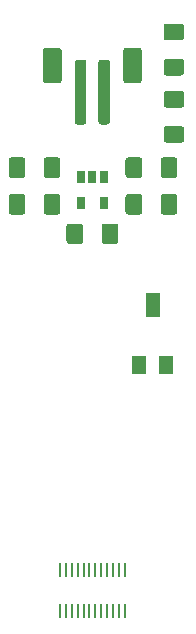
<source format=gbr>
%TF.GenerationSoftware,KiCad,Pcbnew,(5.1.6)-1*%
%TF.CreationDate,2021-02-04T17:03:45-05:00*%
%TF.ProjectId,horny_charger,686f726e-795f-4636-9861-726765722e6b,rev?*%
%TF.SameCoordinates,Original*%
%TF.FileFunction,Paste,Top*%
%TF.FilePolarity,Positive*%
%FSLAX46Y46*%
G04 Gerber Fmt 4.6, Leading zero omitted, Abs format (unit mm)*
G04 Created by KiCad (PCBNEW (5.1.6)-1) date 2021-02-04 17:03:45*
%MOMM*%
%LPD*%
G01*
G04 APERTURE LIST*
%ADD10R,1.300000X1.500000*%
%ADD11R,1.300000X2.000000*%
%ADD12R,0.650000X1.060000*%
%ADD13R,0.270000X1.300000*%
G04 APERTURE END LIST*
D10*
%TO.C,RV1*%
X151050000Y-69400000D03*
D11*
X152200000Y-64300000D03*
D10*
X153350000Y-69400000D03*
%TD*%
%TO.C,R3*%
G36*
G01*
X152875000Y-53325000D02*
X152875000Y-52075000D01*
G75*
G02*
X153125000Y-51825000I250000J0D01*
G01*
X154050000Y-51825000D01*
G75*
G02*
X154300000Y-52075000I0J-250000D01*
G01*
X154300000Y-53325000D01*
G75*
G02*
X154050000Y-53575000I-250000J0D01*
G01*
X153125000Y-53575000D01*
G75*
G02*
X152875000Y-53325000I0J250000D01*
G01*
G37*
G36*
G01*
X149900000Y-53325000D02*
X149900000Y-52075000D01*
G75*
G02*
X150150000Y-51825000I250000J0D01*
G01*
X151075000Y-51825000D01*
G75*
G02*
X151325000Y-52075000I0J-250000D01*
G01*
X151325000Y-53325000D01*
G75*
G02*
X151075000Y-53575000I-250000J0D01*
G01*
X150150000Y-53575000D01*
G75*
G02*
X149900000Y-53325000I0J250000D01*
G01*
G37*
%TD*%
%TO.C,D2*%
G36*
G01*
X154625000Y-47625000D02*
X153375000Y-47625000D01*
G75*
G02*
X153125000Y-47375000I0J250000D01*
G01*
X153125000Y-46450000D01*
G75*
G02*
X153375000Y-46200000I250000J0D01*
G01*
X154625000Y-46200000D01*
G75*
G02*
X154875000Y-46450000I0J-250000D01*
G01*
X154875000Y-47375000D01*
G75*
G02*
X154625000Y-47625000I-250000J0D01*
G01*
G37*
G36*
G01*
X154625000Y-50600000D02*
X153375000Y-50600000D01*
G75*
G02*
X153125000Y-50350000I0J250000D01*
G01*
X153125000Y-49425000D01*
G75*
G02*
X153375000Y-49175000I250000J0D01*
G01*
X154625000Y-49175000D01*
G75*
G02*
X154875000Y-49425000I0J-250000D01*
G01*
X154875000Y-50350000D01*
G75*
G02*
X154625000Y-50600000I-250000J0D01*
G01*
G37*
%TD*%
%TO.C,D1*%
G36*
G01*
X153375000Y-43475000D02*
X154625000Y-43475000D01*
G75*
G02*
X154875000Y-43725000I0J-250000D01*
G01*
X154875000Y-44650000D01*
G75*
G02*
X154625000Y-44900000I-250000J0D01*
G01*
X153375000Y-44900000D01*
G75*
G02*
X153125000Y-44650000I0J250000D01*
G01*
X153125000Y-43725000D01*
G75*
G02*
X153375000Y-43475000I250000J0D01*
G01*
G37*
G36*
G01*
X153375000Y-40500000D02*
X154625000Y-40500000D01*
G75*
G02*
X154875000Y-40750000I0J-250000D01*
G01*
X154875000Y-41675000D01*
G75*
G02*
X154625000Y-41925000I-250000J0D01*
G01*
X153375000Y-41925000D01*
G75*
G02*
X153125000Y-41675000I0J250000D01*
G01*
X153125000Y-40750000D01*
G75*
G02*
X153375000Y-40500000I250000J0D01*
G01*
G37*
%TD*%
D12*
%TO.C,U1*%
X148050000Y-55700000D03*
X146150000Y-55700000D03*
X146150000Y-53500000D03*
X147100000Y-53500000D03*
X148050000Y-53500000D03*
%TD*%
%TO.C,R2*%
G36*
G01*
X152875000Y-56425000D02*
X152875000Y-55175000D01*
G75*
G02*
X153125000Y-54925000I250000J0D01*
G01*
X154050000Y-54925000D01*
G75*
G02*
X154300000Y-55175000I0J-250000D01*
G01*
X154300000Y-56425000D01*
G75*
G02*
X154050000Y-56675000I-250000J0D01*
G01*
X153125000Y-56675000D01*
G75*
G02*
X152875000Y-56425000I0J250000D01*
G01*
G37*
G36*
G01*
X149900000Y-56425000D02*
X149900000Y-55175000D01*
G75*
G02*
X150150000Y-54925000I250000J0D01*
G01*
X151075000Y-54925000D01*
G75*
G02*
X151325000Y-55175000I0J-250000D01*
G01*
X151325000Y-56425000D01*
G75*
G02*
X151075000Y-56675000I-250000J0D01*
G01*
X150150000Y-56675000D01*
G75*
G02*
X149900000Y-56425000I0J250000D01*
G01*
G37*
%TD*%
%TO.C,R1*%
G36*
G01*
X147875000Y-58925000D02*
X147875000Y-57675000D01*
G75*
G02*
X148125000Y-57425000I250000J0D01*
G01*
X149050000Y-57425000D01*
G75*
G02*
X149300000Y-57675000I0J-250000D01*
G01*
X149300000Y-58925000D01*
G75*
G02*
X149050000Y-59175000I-250000J0D01*
G01*
X148125000Y-59175000D01*
G75*
G02*
X147875000Y-58925000I0J250000D01*
G01*
G37*
G36*
G01*
X144900000Y-58925626D02*
X144900000Y-57674374D01*
G75*
G02*
X145149374Y-57425000I249374J0D01*
G01*
X146075626Y-57425000D01*
G75*
G02*
X146325000Y-57674374I0J-249374D01*
G01*
X146325000Y-58925626D01*
G75*
G02*
X146075626Y-59175000I-249374J0D01*
G01*
X145149374Y-59175000D01*
G75*
G02*
X144900000Y-58925626I0J249374D01*
G01*
G37*
%TD*%
%TO.C,C2*%
G36*
G01*
X141425000Y-52075000D02*
X141425000Y-53325000D01*
G75*
G02*
X141175000Y-53575000I-250000J0D01*
G01*
X140250000Y-53575000D01*
G75*
G02*
X140000000Y-53325000I0J250000D01*
G01*
X140000000Y-52075000D01*
G75*
G02*
X140250000Y-51825000I250000J0D01*
G01*
X141175000Y-51825000D01*
G75*
G02*
X141425000Y-52075000I0J-250000D01*
G01*
G37*
G36*
G01*
X144400000Y-52075000D02*
X144400000Y-53325000D01*
G75*
G02*
X144150000Y-53575000I-250000J0D01*
G01*
X143225000Y-53575000D01*
G75*
G02*
X142975000Y-53325000I0J250000D01*
G01*
X142975000Y-52075000D01*
G75*
G02*
X143225000Y-51825000I250000J0D01*
G01*
X144150000Y-51825000D01*
G75*
G02*
X144400000Y-52075000I0J-250000D01*
G01*
G37*
%TD*%
%TO.C,C1*%
G36*
G01*
X142975000Y-56425000D02*
X142975000Y-55175000D01*
G75*
G02*
X143225000Y-54925000I250000J0D01*
G01*
X144150000Y-54925000D01*
G75*
G02*
X144400000Y-55175000I0J-250000D01*
G01*
X144400000Y-56425000D01*
G75*
G02*
X144150000Y-56675000I-250000J0D01*
G01*
X143225000Y-56675000D01*
G75*
G02*
X142975000Y-56425000I0J250000D01*
G01*
G37*
G36*
G01*
X140000000Y-56425000D02*
X140000000Y-55175000D01*
G75*
G02*
X140250000Y-54925000I250000J0D01*
G01*
X141175000Y-54925000D01*
G75*
G02*
X141425000Y-55175000I0J-250000D01*
G01*
X141425000Y-56425000D01*
G75*
G02*
X141175000Y-56675000I-250000J0D01*
G01*
X140250000Y-56675000D01*
G75*
G02*
X140000000Y-56425000I0J250000D01*
G01*
G37*
%TD*%
D13*
%TO.C,J1*%
X144350000Y-90250000D03*
X144850000Y-90250000D03*
X145350000Y-90250000D03*
X145850000Y-90250000D03*
X146350000Y-90250000D03*
X146850000Y-90250000D03*
X147350000Y-90250000D03*
X147850000Y-90250000D03*
X148350000Y-90250000D03*
X148850000Y-90250000D03*
X149350000Y-90250000D03*
X149850000Y-90250000D03*
X149350000Y-86750000D03*
X147850000Y-86750000D03*
X148350000Y-86750000D03*
X148850000Y-86750000D03*
X149850000Y-86750000D03*
X147350000Y-86750000D03*
X146850000Y-86750000D03*
X146350000Y-86750000D03*
X145850000Y-86750000D03*
X145350000Y-86750000D03*
X144850000Y-86750000D03*
X144350000Y-86750000D03*
%TD*%
%TO.C,BT1*%
G36*
G01*
X149700000Y-45300000D02*
X149700000Y-42800000D01*
G75*
G02*
X149950000Y-42550000I250000J0D01*
G01*
X151050000Y-42550000D01*
G75*
G02*
X151300000Y-42800000I0J-250000D01*
G01*
X151300000Y-45300000D01*
G75*
G02*
X151050000Y-45550000I-250000J0D01*
G01*
X149950000Y-45550000D01*
G75*
G02*
X149700000Y-45300000I0J250000D01*
G01*
G37*
G36*
G01*
X142900000Y-45300000D02*
X142900000Y-42800000D01*
G75*
G02*
X143150000Y-42550000I250000J0D01*
G01*
X144250000Y-42550000D01*
G75*
G02*
X144500000Y-42800000I0J-250000D01*
G01*
X144500000Y-45300000D01*
G75*
G02*
X144250000Y-45550000I-250000J0D01*
G01*
X143150000Y-45550000D01*
G75*
G02*
X142900000Y-45300000I0J250000D01*
G01*
G37*
G36*
G01*
X147600000Y-48800000D02*
X147600000Y-43800000D01*
G75*
G02*
X147850000Y-43550000I250000J0D01*
G01*
X148350000Y-43550000D01*
G75*
G02*
X148600000Y-43800000I0J-250000D01*
G01*
X148600000Y-48800000D01*
G75*
G02*
X148350000Y-49050000I-250000J0D01*
G01*
X147850000Y-49050000D01*
G75*
G02*
X147600000Y-48800000I0J250000D01*
G01*
G37*
G36*
G01*
X145600000Y-48800000D02*
X145600000Y-43800000D01*
G75*
G02*
X145850000Y-43550000I250000J0D01*
G01*
X146350000Y-43550000D01*
G75*
G02*
X146600000Y-43800000I0J-250000D01*
G01*
X146600000Y-48800000D01*
G75*
G02*
X146350000Y-49050000I-250000J0D01*
G01*
X145850000Y-49050000D01*
G75*
G02*
X145600000Y-48800000I0J250000D01*
G01*
G37*
%TD*%
M02*

</source>
